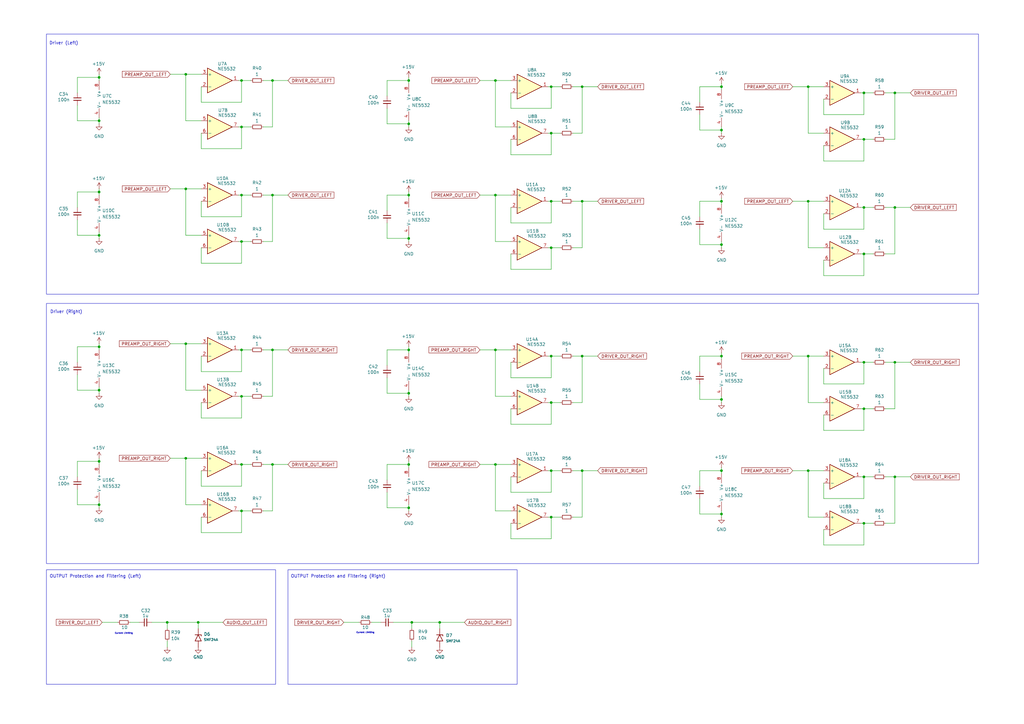
<source format=kicad_sch>
(kicad_sch (version 20231120) (generator "eeschema") (generator_version "8.0")
  (paper "A3")
  (title_block (title "Output Driver Stage") (company "Giug SRL"))
  (lib_symbols
    (symbol "Amplifier_Operational:NE5532" (pin_names (offset 0.127))
      (property "Reference" "U" (at 0 5.08 0))
      (property "Value" "NE5532" (at 0 -5.08 0))
      (symbol "NE5532_1_1"
        (pin output line (at 7.62 0 180) (length 2.54) (name "~") (number "1"))
        (pin input line (at -7.62 -2.54 0) (length 2.54) (name "-") (number "2"))
        (pin input line (at -7.62 2.54 0) (length 2.54) (name "+") (number "3"))
      )
      (symbol "NE5532_2_1"
        (pin input line (at -7.62 2.54 0) (length 2.54) (name "+") (number "5"))
        (pin input line (at -7.62 -2.54 0) (length 2.54) (name "-") (number "6"))
        (pin output line (at 7.62 0 180) (length 2.54) (name "~") (number "7"))
      )
      (symbol "NE5532_3_1"
        (pin power_in line (at -2.54 -7.62 90) (length 3.81) (name "V-") (number "4"))
        (pin power_in line (at -2.54 7.62 270) (length 3.81) (name "V+") (number "8"))
      )
    )
    (symbol "Device:C_Small" (pin_numbers hide) (pin_names (offset 0.254) hide)
      (property "Reference" "C" (at 0.254 1.778 0))
      (property "Value" "C_Small" (at 0.254 -2.032 0))
      (symbol "C_Small_1_1"
        (pin passive line (at 0 2.54 270) (length 2.032) (name "~") (number "1"))
        (pin passive line (at 0 -2.54 90) (length 2.032) (name "~") (number "2"))
      )
    )
    (symbol "Device:R_Small" (pin_numbers hide) (pin_names (offset 0.254) hide)
      (property "Reference" "R" (at 0.762 0.508 0))
      (property "Value" "R_Small" (at 0.762 -1.016 0))
      (symbol "R_Small_1_1"
        (pin passive line (at 0 2.54 270) (length 0.762) (name "~") (number "1"))
        (pin passive line (at 0 -2.54 90) (length 0.762) (name "~") (number "2"))
      )
    )
    (symbol "Diode:SMF24A" (pin_numbers hide) (pin_names (offset 1.016) hide)
      (property "Reference" "D" (at 0 2.54 0))
      (property "Value" "SMF24A" (at 0 -2.54 0))
      (symbol "SMF24A_1_1"
        (pin passive line (at -3.81 0 0) (length 2.54) (name "A1") (number "1"))
        (pin passive line (at 3.81 0 180) (length 2.54) (name "A2") (number "2"))
      )
    )
    (symbol "power:+15V" (power) (pin_numbers hide) (pin_names (offset 0) hide)
      (property "Value" "+15V" (at 0 3.556 0))
      (symbol "+15V_1_1"
        (pin power_in line (at 0 0 90) (length 0) (name "~") (number "1"))
      )
    )
    (symbol "power:GND" (power) (pin_numbers hide) (pin_names (offset 0) hide)
      (property "Value" "GND" (at 0 -3.81 0))
      (symbol "GND_1_1"
        (pin power_in line (at 0 0 270) (length 0) (name "~") (number "1"))
      )
    )
  )
  (junction (at 295.91 100.33))
  (junction (at 111.76 33.02))
  (junction (at 354.33 167.64))
  (junction (at 99.06 99.06))
  (junction (at 167.64 143.51))
  (junction (at 354.33 85.09))
  (junction (at 226.06 193.04))
  (junction (at 203.2 33.02))
  (junction (at 111.76 190.5))
  (junction (at 295.91 193.04))
  (junction (at 99.06 209.55))
  (junction (at 367.03 148.59))
  (junction (at 40.64 49.53))
  (junction (at 226.06 165.1))
  (junction (at 331.47 146.05))
  (junction (at 99.06 33.02))
  (junction (at 76.2 140.97))
  (junction (at 203.2 190.5))
  (junction (at 40.64 78.74))
  (junction (at 99.06 80.01))
  (junction (at 238.76 146.05))
  (junction (at 167.64 80.01))
  (junction (at 331.47 193.04))
  (junction (at 40.64 189.23))
  (junction (at 238.76 35.56))
  (junction (at 238.76 193.04))
  (junction (at 226.06 35.56))
  (junction (at 238.76 82.55))
  (junction (at 76.2 77.47))
  (junction (at 111.76 143.51))
  (junction (at 354.33 57.15))
  (junction (at 68.58 255.27))
  (junction (at 295.91 53.34))
  (junction (at 99.06 52.07))
  (junction (at 295.91 35.56))
  (junction (at 226.06 82.55))
  (junction (at 167.64 190.5))
  (junction (at 367.03 85.09))
  (junction (at 167.64 50.8))
  (junction (at 367.03 195.58))
  (junction (at 167.64 161.29))
  (junction (at 76.2 30.48))
  (junction (at 99.06 190.5))
  (junction (at 99.06 162.56))
  (junction (at 331.47 35.56))
  (junction (at 167.64 97.79))
  (junction (at 295.91 210.82))
  (junction (at 295.91 163.83))
  (junction (at 354.33 104.14))
  (junction (at 295.91 82.55))
  (junction (at 40.64 96.52))
  (junction (at 354.33 38.1))
  (junction (at 40.64 142.24))
  (junction (at 40.64 207.01))
  (junction (at 81.28 255.27))
  (junction (at 203.2 143.51))
  (junction (at 226.06 212.09))
  (junction (at 203.2 80.01))
  (junction (at 354.33 214.63))
  (junction (at 331.47 82.55))
  (junction (at 367.03 38.1))
  (junction (at 99.06 143.51))
  (junction (at 295.91 146.05))
  (junction (at 40.64 160.02))
  (junction (at 226.06 146.05))
  (junction (at 226.06 54.61))
  (junction (at 226.06 101.6))
  (junction (at 180.34 255.27))
  (junction (at 354.33 148.59))
  (junction (at 354.33 195.58))
  (junction (at 40.64 31.75))
  (junction (at 111.76 80.01))
  (junction (at 168.91 255.27))
  (junction (at 167.64 33.02))
  (junction (at 76.2 187.96))
  (junction (at 167.64 208.28))
  (wire (pts (xy 238.76 82.55) (xy 245.11 82.55)))
  (wire (pts (xy 99.06 190.5) (xy 102.87 190.5)))
  (wire (pts (xy 167.64 33.02) (xy 167.64 34.29)))
  (wire (pts (xy 203.2 162.56) (xy 203.2 143.51)))
  (wire (pts (xy 354.33 195.58) (xy 358.14 195.58)))
  (wire (pts (xy 295.91 193.04) (xy 287.02 193.04)))
  (wire (pts (xy 82.55 218.44) (xy 99.06 218.44)))
  (wire (pts (xy 295.91 146.05) (xy 287.02 146.05)))
  (wire (pts (xy 111.76 209.55) (xy 111.76 190.5)))
  (wire (pts (xy 31.75 160.02) (xy 40.64 160.02)))
  (wire (pts (xy 331.47 193.04) (xy 337.82 193.04)))
  (wire (pts (xy 337.82 165.1) (xy 331.47 165.1)))
  (wire (pts (xy 226.06 201.93) (xy 226.06 193.04)))
  (wire (pts (xy 76.2 96.52) (xy 76.2 77.47)))
  (wire (pts (xy 111.76 190.5) (xy 118.11 190.5)))
  (wire (pts (xy 238.76 146.05) (xy 234.95 146.05)))
  (wire (pts (xy 31.75 142.24) (xy 31.75 148.59)))
  (wire (pts (xy 99.06 171.45) (xy 99.06 162.56)))
  (wire (pts (xy 158.75 161.29) (xy 167.64 161.29)))
  (wire (pts (xy 180.34 255.27) (xy 190.5 255.27)))
  (wire (pts (xy 363.22 104.14) (xy 367.03 104.14)))
  (wire (pts (xy 226.06 82.55) (xy 224.79 82.55)))
  (wire (pts (xy 331.47 54.61) (xy 331.47 35.56)))
  (wire (pts (xy 40.64 189.23) (xy 31.75 189.23)))
  (wire (pts (xy 167.64 189.23) (xy 167.64 190.5)))
  (wire (pts (xy 31.75 200.66) (xy 31.75 207.01)))
  (wire (pts (xy 99.06 52.07) (xy 97.79 52.07)))
  (wire (pts (xy 111.76 99.06) (xy 111.76 80.01)))
  (wire (pts (xy 209.55 148.59) (xy 209.55 154.94)))
  (wire (pts (xy 367.03 38.1) (xy 363.22 38.1)))
  (wire (pts (xy 363.22 57.15) (xy 367.03 57.15)))
  (wire (pts (xy 209.55 214.63) (xy 209.55 220.98)))
  (wire (pts (xy 82.55 54.61) (xy 82.55 60.96)))
  (wire (pts (xy 82.55 171.45) (xy 99.06 171.45)))
  (wire (pts (xy 238.76 193.04) (xy 245.11 193.04)))
  (wire (pts (xy 209.55 209.55) (xy 203.2 209.55)))
  (wire (pts (xy 167.64 142.24) (xy 167.64 143.51)))
  (wire (pts (xy 40.64 142.24) (xy 40.64 143.51)))
  (wire (pts (xy 99.06 199.39) (xy 99.06 190.5)))
  (wire (pts (xy 354.33 214.63) (xy 358.14 214.63)))
  (wire (pts (xy 62.23 255.27) (xy 68.58 255.27)))
  (wire (pts (xy 287.02 100.33) (xy 295.91 100.33)))
  (wire (pts (xy 354.33 38.1) (xy 358.14 38.1)))
  (wire (pts (xy 167.64 143.51) (xy 158.75 143.51)))
  (wire (pts (xy 99.06 80.01) (xy 102.87 80.01)))
  (wire (pts (xy 226.06 54.61) (xy 229.87 54.61)))
  (wire (pts (xy 234.95 54.61) (xy 238.76 54.61)))
  (wire (pts (xy 287.02 53.34) (xy 295.91 53.34)))
  (wire (pts (xy 226.06 212.09) (xy 224.79 212.09)))
  (wire (pts (xy 69.85 30.48) (xy 76.2 30.48)))
  (wire (pts (xy 226.06 101.6) (xy 229.87 101.6)))
  (wire (pts (xy 354.33 93.98) (xy 354.33 85.09)))
  (wire (pts (xy 354.33 85.09) (xy 358.14 85.09)))
  (wire (pts (xy 99.06 41.91) (xy 99.06 33.02)))
  (wire (pts (xy 325.12 146.05) (xy 331.47 146.05)))
  (wire (pts (xy 226.06 101.6) (xy 224.79 101.6)))
  (wire (pts (xy 81.28 255.27) (xy 81.28 257.81)))
  (wire (pts (xy 82.55 41.91) (xy 99.06 41.91)))
  (wire (pts (xy 76.2 49.53) (xy 76.2 30.48)))
  (wire (pts (xy 337.82 59.69) (xy 337.82 66.04)))
  (wire (pts (xy 337.82 151.13) (xy 337.82 157.48)))
  (wire (pts (xy 82.55 152.4) (xy 99.06 152.4)))
  (wire (pts (xy 158.75 80.01) (xy 158.75 86.36)))
  (wire (pts (xy 196.85 143.51) (xy 203.2 143.51)))
  (wire (pts (xy 40.64 160.02) (xy 40.64 161.29)))
  (wire (pts (xy 82.55 88.9) (xy 99.06 88.9)))
  (wire (pts (xy 226.06 146.05) (xy 224.79 146.05)))
  (wire (pts (xy 40.64 189.23) (xy 40.64 190.5)))
  (wire (pts (xy 367.03 85.09) (xy 363.22 85.09)))
  (wire (pts (xy 354.33 104.14) (xy 358.14 104.14)))
  (wire (pts (xy 331.47 212.09) (xy 331.47 193.04)))
  (wire (pts (xy 226.06 54.61) (xy 224.79 54.61)))
  (wire (pts (xy 111.76 80.01) (xy 118.11 80.01)))
  (wire (pts (xy 167.64 97.79) (xy 167.64 99.06)))
  (wire (pts (xy 226.06 110.49) (xy 226.06 101.6)))
  (wire (pts (xy 325.12 35.56) (xy 331.47 35.56)))
  (wire (pts (xy 167.64 161.29) (xy 167.64 162.56)))
  (wire (pts (xy 82.55 96.52) (xy 76.2 96.52)))
  (wire (pts (xy 82.55 35.56) (xy 82.55 41.91)))
  (wire (pts (xy 69.85 140.97) (xy 76.2 140.97)))
  (wire (pts (xy 158.75 190.5) (xy 158.75 196.85)))
  (wire (pts (xy 158.75 143.51) (xy 158.75 149.86)))
  (wire (pts (xy 40.64 78.74) (xy 40.64 80.01)))
  (wire (pts (xy 337.82 101.6) (xy 331.47 101.6)))
  (wire (pts (xy 76.2 187.96) (xy 82.55 187.96)))
  (wire (pts (xy 158.75 208.28) (xy 167.64 208.28)))
  (wire (pts (xy 367.03 167.64) (xy 367.03 148.59)))
  (wire (pts (xy 209.55 173.99) (xy 226.06 173.99)))
  (wire (pts (xy 295.91 35.56) (xy 295.91 36.83)))
  (wire (pts (xy 295.91 144.78) (xy 295.91 146.05)))
  (wire (pts (xy 209.55 220.98) (xy 226.06 220.98)))
  (wire (pts (xy 158.75 91.44) (xy 158.75 97.79)))
  (wire (pts (xy 76.2 77.47) (xy 82.55 77.47)))
  (wire (pts (xy 99.06 60.96) (xy 99.06 52.07)))
  (wire (pts (xy 99.06 33.02) (xy 102.87 33.02)))
  (wire (pts (xy 287.02 163.83) (xy 295.91 163.83)))
  (wire (pts (xy 31.75 43.18) (xy 31.75 49.53)))
  (wire (pts (xy 158.75 97.79) (xy 167.64 97.79)))
  (wire (pts (xy 31.75 96.52) (xy 40.64 96.52)))
  (wire (pts (xy 295.91 35.56) (xy 287.02 35.56)))
  (wire (pts (xy 82.55 101.6) (xy 82.55 107.95)))
  (wire (pts (xy 68.58 255.27) (xy 68.58 257.81)))
  (wire (pts (xy 31.75 207.01) (xy 40.64 207.01)))
  (wire (pts (xy 168.91 255.27) (xy 168.91 257.81)))
  (wire (pts (xy 99.06 99.06) (xy 97.79 99.06)))
  (wire (pts (xy 209.55 63.5) (xy 226.06 63.5)))
  (wire (pts (xy 209.55 38.1) (xy 209.55 44.45)))
  (wire (pts (xy 354.33 167.64) (xy 358.14 167.64)))
  (wire (pts (xy 295.91 209.55) (xy 295.91 210.82)))
  (wire (pts (xy 203.2 33.02) (xy 209.55 33.02)))
  (wire (pts (xy 99.06 152.4) (xy 99.06 143.51)))
  (wire (pts (xy 337.82 223.52) (xy 354.33 223.52)))
  (wire (pts (xy 196.85 190.5) (xy 203.2 190.5)))
  (wire (pts (xy 31.75 153.67) (xy 31.75 160.02)))
  (wire (pts (xy 99.06 209.55) (xy 102.87 209.55)))
  (wire (pts (xy 76.2 160.02) (xy 76.2 140.97)))
  (wire (pts (xy 107.95 99.06) (xy 111.76 99.06)))
  (wire (pts (xy 234.95 212.09) (xy 238.76 212.09)))
  (wire (pts (xy 99.06 162.56) (xy 102.87 162.56)))
  (wire (pts (xy 295.91 52.07) (xy 295.91 53.34)))
  (wire (pts (xy 295.91 34.29) (xy 295.91 35.56)))
  (wire (pts (xy 337.82 93.98) (xy 354.33 93.98)))
  (wire (pts (xy 209.55 167.64) (xy 209.55 173.99)))
  (wire (pts (xy 99.06 162.56) (xy 97.79 162.56)))
  (wire (pts (xy 354.33 214.63) (xy 353.06 214.63)))
  (wire (pts (xy 354.33 38.1) (xy 353.06 38.1)))
  (wire (pts (xy 337.82 54.61) (xy 331.47 54.61)))
  (wire (pts (xy 226.06 35.56) (xy 229.87 35.56)))
  (wire (pts (xy 82.55 107.95) (xy 99.06 107.95)))
  (wire (pts (xy 287.02 157.48) (xy 287.02 163.83)))
  (wire (pts (xy 40.64 95.25) (xy 40.64 96.52)))
  (wire (pts (xy 82.55 207.01) (xy 76.2 207.01)))
  (wire (pts (xy 167.64 50.8) (xy 167.64 52.07)))
  (wire (pts (xy 337.82 157.48) (xy 354.33 157.48)))
  (wire (pts (xy 99.06 107.95) (xy 99.06 99.06)))
  (wire (pts (xy 367.03 57.15) (xy 367.03 38.1)))
  (wire (pts (xy 111.76 143.51) (xy 107.95 143.51)))
  (wire (pts (xy 287.02 93.98) (xy 287.02 100.33)))
  (wire (pts (xy 196.85 33.02) (xy 203.2 33.02)))
  (wire (pts (xy 111.76 52.07) (xy 111.76 33.02)))
  (wire (pts (xy 209.55 52.07) (xy 203.2 52.07)))
  (wire (pts (xy 367.03 148.59) (xy 363.22 148.59)))
  (wire (pts (xy 40.64 31.75) (xy 31.75 31.75)))
  (wire (pts (xy 287.02 35.56) (xy 287.02 41.91)))
  (wire (pts (xy 40.64 30.48) (xy 40.64 31.75)))
  (wire (pts (xy 363.22 214.63) (xy 367.03 214.63)))
  (wire (pts (xy 209.55 57.15) (xy 209.55 63.5)))
  (wire (pts (xy 167.64 190.5) (xy 158.75 190.5)))
  (wire (pts (xy 337.82 204.47) (xy 354.33 204.47)))
  (wire (pts (xy 111.76 190.5) (xy 107.95 190.5)))
  (wire (pts (xy 107.95 162.56) (xy 111.76 162.56)))
  (wire (pts (xy 152.4 255.27) (xy 156.21 255.27)))
  (wire (pts (xy 226.06 193.04) (xy 229.87 193.04)))
  (wire (pts (xy 167.64 31.75) (xy 167.64 33.02)))
  (wire (pts (xy 167.64 33.02) (xy 158.75 33.02)))
  (wire (pts (xy 40.64 158.75) (xy 40.64 160.02)))
  (wire (pts (xy 238.76 82.55) (xy 234.95 82.55)))
  (wire (pts (xy 167.64 143.51) (xy 167.64 144.78)))
  (wire (pts (xy 40.64 207.01) (xy 40.64 208.28)))
  (wire (pts (xy 82.55 82.55) (xy 82.55 88.9)))
  (wire (pts (xy 331.47 82.55) (xy 337.82 82.55)))
  (wire (pts (xy 337.82 46.99) (xy 354.33 46.99)))
  (wire (pts (xy 167.64 96.52) (xy 167.64 97.79)))
  (wire (pts (xy 203.2 80.01) (xy 209.55 80.01)))
  (wire (pts (xy 226.06 154.94) (xy 226.06 146.05)))
  (wire (pts (xy 111.76 162.56) (xy 111.76 143.51)))
  (wire (pts (xy 111.76 143.51) (xy 118.11 143.51)))
  (wire (pts (xy 209.55 104.14) (xy 209.55 110.49)))
  (wire (pts (xy 354.33 223.52) (xy 354.33 214.63)))
  (wire (pts (xy 167.64 208.28) (xy 167.64 209.55)))
  (wire (pts (xy 111.76 80.01) (xy 107.95 80.01)))
  (wire (pts (xy 82.55 193.04) (xy 82.55 199.39)))
  (wire (pts (xy 354.33 113.03) (xy 354.33 104.14)))
  (wire (pts (xy 40.64 140.97) (xy 40.64 142.24)))
  (wire (pts (xy 31.75 49.53) (xy 40.64 49.53)))
  (wire (pts (xy 40.64 205.74) (xy 40.64 207.01)))
  (wire (pts (xy 325.12 82.55) (xy 331.47 82.55)))
  (wire (pts (xy 287.02 204.47) (xy 287.02 210.82)))
  (wire (pts (xy 167.64 78.74) (xy 167.64 80.01)))
  (wire (pts (xy 99.06 143.51) (xy 102.87 143.51)))
  (wire (pts (xy 167.64 80.01) (xy 158.75 80.01)))
  (wire (pts (xy 107.95 52.07) (xy 111.76 52.07)))
  (wire (pts (xy 354.33 46.99) (xy 354.33 38.1)))
  (wire (pts (xy 167.64 80.01) (xy 167.64 81.28)))
  (wire (pts (xy 76.2 30.48) (xy 82.55 30.48)))
  (wire (pts (xy 209.55 99.06) (xy 203.2 99.06)))
  (wire (pts (xy 354.33 176.53) (xy 354.33 167.64)))
  (wire (pts (xy 40.64 77.47) (xy 40.64 78.74)))
  (wire (pts (xy 226.06 193.04) (xy 224.79 193.04)))
  (wire (pts (xy 295.91 53.34) (xy 295.91 54.61)))
  (wire (pts (xy 226.06 82.55) (xy 229.87 82.55)))
  (wire (pts (xy 367.03 38.1) (xy 373.38 38.1)))
  (wire (pts (xy 203.2 52.07) (xy 203.2 33.02)))
  (wire (pts (xy 287.02 146.05) (xy 287.02 152.4)))
  (wire (pts (xy 367.03 85.09) (xy 373.38 85.09)))
  (wire (pts (xy 331.47 146.05) (xy 337.82 146.05)))
  (wire (pts (xy 161.29 255.27) (xy 168.91 255.27)))
  (wire (pts (xy 226.06 35.56) (xy 224.79 35.56)))
  (wire (pts (xy 203.2 190.5) (xy 209.55 190.5)))
  (wire (pts (xy 40.64 31.75) (xy 40.64 33.02)))
  (wire (pts (xy 82.55 199.39) (xy 99.06 199.39)))
  (wire (pts (xy 203.2 99.06) (xy 203.2 80.01)))
  (wire (pts (xy 40.64 187.96) (xy 40.64 189.23)))
  (wire (pts (xy 158.75 33.02) (xy 158.75 39.37)))
  (wire (pts (xy 31.75 78.74) (xy 31.75 85.09)))
  (wire (pts (xy 209.55 91.44) (xy 226.06 91.44)))
  (wire (pts (xy 337.82 40.64) (xy 337.82 46.99)))
  (wire (pts (xy 31.75 189.23) (xy 31.75 195.58)))
  (wire (pts (xy 238.76 35.56) (xy 245.11 35.56)))
  (wire (pts (xy 40.64 78.74) (xy 31.75 78.74)))
  (wire (pts (xy 40.64 49.53) (xy 40.64 50.8)))
  (wire (pts (xy 295.91 162.56) (xy 295.91 163.83)))
  (wire (pts (xy 367.03 148.59) (xy 373.38 148.59)))
  (wire (pts (xy 167.64 190.5) (xy 167.64 191.77)))
  (wire (pts (xy 76.2 140.97) (xy 82.55 140.97)))
  (wire (pts (xy 354.33 157.48) (xy 354.33 148.59)))
  (wire (pts (xy 68.58 262.89) (xy 68.58 265.43)))
  (wire (pts (xy 295.91 210.82) (xy 295.91 212.09)))
  (wire (pts (xy 180.34 257.81) (xy 180.34 255.27)))
  (wire (pts (xy 367.03 195.58) (xy 373.38 195.58)))
  (wire (pts (xy 82.55 212.09) (xy 82.55 218.44)))
  (wire (pts (xy 107.95 209.55) (xy 111.76 209.55)))
  (wire (pts (xy 295.91 191.77) (xy 295.91 193.04)))
  (wire (pts (xy 354.33 167.64) (xy 353.06 167.64)))
  (wire (pts (xy 99.06 218.44) (xy 99.06 209.55)))
  (wire (pts (xy 209.55 162.56) (xy 203.2 162.56)))
  (wire (pts (xy 69.85 77.47) (xy 76.2 77.47)))
  (wire (pts (xy 209.55 195.58) (xy 209.55 201.93)))
  (wire (pts (xy 238.76 146.05) (xy 245.11 146.05)))
  (wire (pts (xy 337.82 87.63) (xy 337.82 93.98)))
  (wire (pts (xy 287.02 193.04) (xy 287.02 199.39)))
  (wire (pts (xy 331.47 35.56) (xy 337.82 35.56)))
  (wire (pts (xy 168.91 255.27) (xy 180.34 255.27)))
  (wire (pts (xy 226.06 146.05) (xy 229.87 146.05)))
  (wire (pts (xy 82.55 49.53) (xy 76.2 49.53)))
  (wire (pts (xy 354.33 204.47) (xy 354.33 195.58)))
  (wire (pts (xy 337.82 66.04) (xy 354.33 66.04)))
  (wire (pts (xy 76.2 207.01) (xy 76.2 187.96)))
  (wire (pts (xy 111.76 33.02) (xy 118.11 33.02)))
  (wire (pts (xy 337.82 106.68) (xy 337.82 113.03)))
  (wire (pts (xy 226.06 220.98) (xy 226.06 212.09)))
  (wire (pts (xy 203.2 209.55) (xy 203.2 190.5)))
  (wire (pts (xy 99.06 52.07) (xy 102.87 52.07)))
  (wire (pts (xy 226.06 63.5) (xy 226.06 54.61)))
  (wire (pts (xy 295.91 81.28) (xy 295.91 82.55)))
  (wire (pts (xy 337.82 170.18) (xy 337.82 176.53)))
  (wire (pts (xy 295.91 82.55) (xy 287.02 82.55)))
  (wire (pts (xy 99.06 33.02) (xy 97.79 33.02)))
  (wire (pts (xy 168.91 262.89) (xy 168.91 265.43)))
  (wire (pts (xy 287.02 210.82) (xy 295.91 210.82)))
  (wire (pts (xy 354.33 57.15) (xy 353.06 57.15)))
  (wire (pts (xy 363.22 167.64) (xy 367.03 167.64)))
  (wire (pts (xy 238.76 35.56) (xy 234.95 35.56)))
  (wire (pts (xy 226.06 165.1) (xy 224.79 165.1)))
  (wire (pts (xy 238.76 165.1) (xy 238.76 146.05)))
  (wire (pts (xy 41.91 255.27) (xy 48.26 255.27)))
  (wire (pts (xy 287.02 82.55) (xy 287.02 88.9)))
  (wire (pts (xy 82.55 165.1) (xy 82.55 171.45)))
  (wire (pts (xy 203.2 143.51) (xy 209.55 143.51)))
  (wire (pts (xy 167.64 49.53) (xy 167.64 50.8)))
  (wire (pts (xy 337.82 198.12) (xy 337.82 204.47)))
  (wire (pts (xy 325.12 193.04) (xy 331.47 193.04)))
  (wire (pts (xy 226.06 44.45) (xy 226.06 35.56)))
  (wire (pts (xy 354.33 57.15) (xy 358.14 57.15)))
  (wire (pts (xy 40.64 142.24) (xy 31.75 142.24)))
  (wire (pts (xy 99.06 209.55) (xy 97.79 209.55)))
  (wire (pts (xy 354.33 85.09) (xy 353.06 85.09)))
  (wire (pts (xy 99.06 190.5) (xy 97.79 190.5)))
  (wire (pts (xy 238.76 54.61) (xy 238.76 35.56)))
  (wire (pts (xy 238.76 101.6) (xy 238.76 82.55)))
  (wire (pts (xy 367.03 195.58) (xy 363.22 195.58)))
  (wire (pts (xy 40.64 96.52) (xy 40.64 97.79)))
  (wire (pts (xy 158.75 44.45) (xy 158.75 50.8)))
  (wire (pts (xy 99.06 143.51) (xy 97.79 143.51)))
  (wire (pts (xy 337.82 212.09) (xy 331.47 212.09)))
  (wire (pts (xy 99.06 80.01) (xy 97.79 80.01)))
  (wire (pts (xy 99.06 88.9) (xy 99.06 80.01)))
  (wire (pts (xy 295.91 193.04) (xy 295.91 194.31)))
  (wire (pts (xy 209.55 44.45) (xy 226.06 44.45)))
  (wire (pts (xy 209.55 110.49) (xy 226.06 110.49)))
  (wire (pts (xy 337.82 113.03) (xy 354.33 113.03)))
  (wire (pts (xy 238.76 212.09) (xy 238.76 193.04)))
  (wire (pts (xy 209.55 85.09) (xy 209.55 91.44)))
  (wire (pts (xy 31.75 90.17) (xy 31.75 96.52)))
  (wire (pts (xy 69.85 187.96) (xy 76.2 187.96)))
  (wire (pts (xy 167.64 207.01) (xy 167.64 208.28)))
  (wire (pts (xy 196.85 80.01) (xy 203.2 80.01)))
  (wire (pts (xy 337.82 176.53) (xy 354.33 176.53)))
  (wire (pts (xy 226.06 173.99) (xy 226.06 165.1)))
  (wire (pts (xy 226.06 212.09) (xy 229.87 212.09)))
  (wire (pts (xy 31.75 31.75) (xy 31.75 38.1)))
  (wire (pts (xy 158.75 50.8) (xy 167.64 50.8)))
  (wire (pts (xy 234.95 101.6) (xy 238.76 101.6)))
  (wire (pts (xy 167.64 160.02) (xy 167.64 161.29)))
  (wire (pts (xy 111.76 33.02) (xy 107.95 33.02)))
  (wire (pts (xy 68.58 255.27) (xy 81.28 255.27)))
  (wire (pts (xy 295.91 99.06) (xy 295.91 100.33)))
  (wire (pts (xy 331.47 165.1) (xy 331.47 146.05)))
  (wire (pts (xy 209.55 201.93) (xy 226.06 201.93)))
  (wire (pts (xy 354.33 66.04) (xy 354.33 57.15)))
  (wire (pts (xy 287.02 46.99) (xy 287.02 53.34)))
  (wire (pts (xy 367.03 104.14) (xy 367.03 85.09)))
  (wire (pts (xy 295.91 100.33) (xy 295.91 101.6)))
  (wire (pts (xy 238.76 193.04) (xy 234.95 193.04)))
  (wire (pts (xy 354.33 195.58) (xy 353.06 195.58)))
  (wire (pts (xy 354.33 148.59) (xy 358.14 148.59)))
  (wire (pts (xy 158.75 154.94) (xy 158.75 161.29)))
  (wire (pts (xy 81.28 255.27) (xy 91.44 255.27)))
  (wire (pts (xy 140.97 255.27) (xy 147.32 255.27)))
  (wire (pts (xy 354.33 104.14) (xy 353.06 104.14)))
  (wire (pts (xy 226.06 91.44) (xy 226.06 82.55)))
  (wire (pts (xy 226.06 165.1) (xy 229.87 165.1)))
  (wire (pts (xy 295.91 163.83) (xy 295.91 165.1)))
  (wire (pts (xy 331.47 101.6) (xy 331.47 82.55)))
  (wire (pts (xy 367.03 214.63) (xy 367.03 195.58)))
  (wire (pts (xy 337.82 217.17) (xy 337.82 223.52)))
  (wire (pts (xy 82.55 146.05) (xy 82.55 152.4)))
  (wire (pts (xy 354.33 148.59) (xy 353.06 148.59)))
  (wire (pts (xy 82.55 160.02) (xy 76.2 160.02)))
  (wire (pts (xy 234.95 165.1) (xy 238.76 165.1)))
  (wire (pts (xy 295.91 82.55) (xy 295.91 83.82)))
  (wire (pts (xy 158.75 201.93) (xy 158.75 208.28)))
  (wire (pts (xy 295.91 146.05) (xy 295.91 147.32)))
  (wire (pts (xy 99.06 99.06) (xy 102.87 99.06)))
  (wire (pts (xy 53.34 255.27) (xy 57.15 255.27)))
  (wire (pts (xy 209.55 154.94) (xy 226.06 154.94)))
  (wire (pts (xy 40.64 48.26) (xy 40.64 49.53)))
  (wire (pts (xy 82.55 60.96) (xy 99.06 60.96)))
  (rectangle (start 19.05 124.46) (end 401.32 231.14))
  (rectangle (start 19.05 233.68) (end 113.03 280.67))
  (rectangle (start 118.11 233.68) (end 212.09 280.67))
  (rectangle (start 19.05 13.97) (end 401.32 120.65))
  (text "Driver (Left)" (at 26.162 17.78 0) (effects (font (size 1.27 1.27))))
  (text "Current Limiting" (at 149.86 259.588 0) (effects (font (size 0.6 0.6))))
  (text "Current Limiting" (at 50.8 259.842 0) (effects (font (size 0.6 0.6))))
  (text "Driver (Right)" (at 27.178 128.016 0) (effects (font (size 1.27 1.27))))
  (text "OUTPUT Protection and Filtering (Right)" (at 138.684 236.474 0) (effects (font (size 1.27 1.27))))
  (text "OUTPUT Protection and Filtering (Left)" (at 39.116 236.474 0) (effects (font (size 1.27 1.27))))
  (global_label "PREAMP_OUT_LEFT" (shape input) (at 196.85 80.01 180) (property "Intersheetrefs" "${INTERSHEET_REFS}" (effects (hide yes))))
  (global_label "AUDIO_OUT_LEFT" (shape input) (at 91.44 255.27 0) (property "Intersheetrefs" "${INTERSHEET_REFS}" (effects (hide yes))))
  (global_label "DRIVER_OUT_RIGHT" (shape input) (at 245.11 146.05 0) (property "Intersheetrefs" "${INTERSHEET_REFS}" (effects (hide yes))))
  (global_label "PREAMP_OUT_RIGHT" (shape input) (at 196.85 190.5 180) (property "Intersheetrefs" "${INTERSHEET_REFS}" (effects (hide yes))))
  (global_label "DRIVER_OUT_LEFT" (shape input) (at 41.91 255.27 180) (property "Intersheetrefs" "${INTERSHEET_REFS}" (effects (hide yes))))
  (global_label "PREAMP_OUT_RIGHT" (shape input) (at 69.85 187.96 180) (property "Intersheetrefs" "${INTERSHEET_REFS}" (effects (hide yes))))
  (global_label "PREAMP_OUT_LEFT" (shape input) (at 69.85 30.48 180) (property "Intersheetrefs" "${INTERSHEET_REFS}" (effects (hide yes))))
  (global_label "DRIVER_OUT_LEFT" (shape input) (at 373.38 85.09 0) (property "Intersheetrefs" "${INTERSHEET_REFS}" (effects (hide yes))))
  (global_label "DRIVER_OUT_LEFT" (shape input) (at 245.11 82.55 0) (property "Intersheetrefs" "${INTERSHEET_REFS}" (effects (hide yes))))
  (global_label "DRIVER_OUT_RIGHT" (shape input) (at 118.11 190.5 0) (property "Intersheetrefs" "${INTERSHEET_REFS}" (effects (hide yes))))
  (global_label "PREAMP_OUT_RIGHT" (shape input) (at 196.85 143.51 180) (property "Intersheetrefs" "${INTERSHEET_REFS}" (effects (hide yes))))
  (global_label "DRIVER_OUT_LEFT" (shape input) (at 118.11 80.01 0) (property "Intersheetrefs" "${INTERSHEET_REFS}" (effects (hide yes))))
  (global_label "DRIVER_OUT_RIGHT" (shape input) (at 373.38 195.58 0) (property "Intersheetrefs" "${INTERSHEET_REFS}" (effects (hide yes))))
  (global_label "PREAMP_OUT_LEFT" (shape input) (at 196.85 33.02 180) (property "Intersheetrefs" "${INTERSHEET_REFS}" (effects (hide yes))))
  (global_label "DRIVER_OUT_RIGHT" (shape input) (at 140.97 255.27 180) (property "Intersheetrefs" "${INTERSHEET_REFS}" (effects (hide yes))))
  (global_label "PREAMP_OUT_RIGHT" (shape input) (at 325.12 193.04 180) (property "Intersheetrefs" "${INTERSHEET_REFS}" (effects (hide yes))))
  (global_label "PREAMP_OUT_LEFT" (shape input) (at 325.12 82.55 180) (property "Intersheetrefs" "${INTERSHEET_REFS}" (effects (hide yes))))
  (global_label "DRIVER_OUT_RIGHT" (shape input) (at 373.38 148.59 0) (property "Intersheetrefs" "${INTERSHEET_REFS}" (effects (hide yes))))
  (global_label "DRIVER_OUT_LEFT" (shape input) (at 245.11 35.56 0) (property "Intersheetrefs" "${INTERSHEET_REFS}" (effects (hide yes))))
  (global_label "DRIVER_OUT_RIGHT" (shape input) (at 118.11 143.51 0) (property "Intersheetrefs" "${INTERSHEET_REFS}" (effects (hide yes))))
  (global_label "PREAMP_OUT_LEFT" (shape input) (at 69.85 77.47 180) (property "Intersheetrefs" "${INTERSHEET_REFS}" (effects (hide yes))))
  (global_label "PREAMP_OUT_RIGHT" (shape input) (at 325.12 146.05 180) (property "Intersheetrefs" "${INTERSHEET_REFS}" (effects (hide yes))))
  (global_label "DRIVER_OUT_RIGHT" (shape input) (at 245.11 193.04 0) (property "Intersheetrefs" "${INTERSHEET_REFS}" (effects (hide yes))))
  (global_label "AUDIO_OUT_RIGHT" (shape input) (at 190.5 255.27 0) (property "Intersheetrefs" "${INTERSHEET_REFS}" (effects (hide yes))))
  (global_label "PREAMP_OUT_RIGHT" (shape input) (at 69.85 140.97 180) (property "Intersheetrefs" "${INTERSHEET_REFS}" (effects (hide yes))))
  (global_label "PREAMP_OUT_LEFT" (shape input) (at 325.12 35.56 180) (property "Intersheetrefs" "${INTERSHEET_REFS}" (effects (hide yes))))
  (global_label "DRIVER_OUT_LEFT" (shape input) (at 373.38 38.1 0) (property "Intersheetrefs" "${INTERSHEET_REFS}" (effects (hide yes))))
  (global_label "DRIVER_OUT_LEFT" (shape input) (at 118.11 33.02 0) (property "Intersheetrefs" "${INTERSHEET_REFS}" (effects (hide yes))))
  (symbol (lib_id "power:GND") (at 295.91 54.61 0) (unit 1)
    (property "Reference" "#PWR055" (effects (hide yes)))
    (property "Value" "GND" (at 295.91 59.69 0))
    (property "Description" "Power symbol creates a global label with name \"GND\" , ground" (effects (hide yes)))
  )
  (symbol (lib_id "Amplifier_Operational:NE5532") (at 90.17 162.56 0) (unit 2)
    (property "Reference" "U13" (at 91.44 155.702 0))
    (property "Value" "NE5532" (at 93.218 157.734 0))
    (property "Footprint" "Package_SO:SOIC-8_3.9x4.9mm_P1.27mm" (effects (hide yes)))
    (property "Datasheet" "http://www.ti.com/lit/ds/symlink/ne5532.pdf" (effects (hide yes)))
    (property "Description" "Dual Low-Noise Operational Amplifiers, DIP-8/SOIC-8" (effects (hide yes)))
  )
  (symbol (lib_id "Amplifier_Operational:NE5532") (at 217.17 101.6 0) (unit 2)
    (property "Reference" "U11" (at 218.44 94.742 0))
    (property "Value" "NE5532" (at 220.218 96.774 0))
    (property "Footprint" "Package_SO:SOIC-8_3.9x4.9mm_P1.27mm" (effects (hide yes)))
    (property "Datasheet" "http://www.ti.com/lit/ds/symlink/ne5532.pdf" (effects (hide yes)))
    (property "Description" "Dual Low-Noise Operational Amplifiers, DIP-8/SOIC-8" (effects (hide yes)))
  )
  (symbol (lib_id "Amplifier_Operational:NE5532") (at 217.17 165.1 0) (unit 2)
    (property "Reference" "U14" (at 218.44 158.242 0))
    (property "Value" "NE5532" (at 220.218 160.274 0))
    (property "Footprint" "Package_SO:SOIC-8_3.9x4.9mm_P1.27mm" (effects (hide yes)))
    (property "Datasheet" "http://www.ti.com/lit/ds/symlink/ne5532.pdf" (effects (hide yes)))
    (property "Description" "Dual Low-Noise Operational Amplifiers, DIP-8/SOIC-8" (effects (hide yes)))
  )
  (symbol (lib_id "power:GND") (at 68.58 265.43 0) (unit 1)
    (property "Reference" "#PWR044" (effects (hide yes)))
    (property "Value" "GND" (at 68.58 270.51 0))
    (property "Description" "Power symbol creates a global label with name \"GND\" , ground" (effects (hide yes)))
  )
  (symbol (lib_id "Device:R_Small") (at 232.41 212.09 90) (unit 1)
    (property "Reference" "R57" (at 232.41 207.01 90))
    (property "Value" "1" (at 232.41 209.55 90))
    (property "Footprint" "Resistor_SMD:R_0805_2012Metric_Pad1.20x1.40mm_HandSolder" (effects (hide yes)))
    (property "Description" "Resistor, small symbol" (effects (hide yes)))
  )
  (symbol (lib_id "Device:R_Small") (at 105.41 190.5 90) (unit 1)
    (property "Reference" "R46" (at 105.41 185.42 90))
    (property "Value" "1" (at 105.41 187.96 90))
    (property "Footprint" "Resistor_SMD:R_0805_2012Metric_Pad1.20x1.40mm_HandSolder" (effects (hide yes)))
    (property "Description" "Resistor, small symbol" (effects (hide yes)))
  )
  (symbol (lib_id "Device:R_Small") (at 360.68 148.59 90) (unit 1)
    (property "Reference" "R62" (at 360.68 143.51 90))
    (property "Value" "1" (at 360.68 146.05 90))
    (property "Footprint" "Resistor_SMD:R_0805_2012Metric_Pad1.20x1.40mm_HandSolder" (effects (hide yes)))
    (property "Description" "Resistor, small symbol" (effects (hide yes)))
  )
  (symbol (lib_id "power:GND") (at 167.64 52.07 0) (unit 1)
    (property "Reference" "#PWR047" (effects (hide yes)))
    (property "Value" "GND" (at 167.64 57.15 0))
    (property "Description" "Power symbol creates a global label with name \"GND\" , ground" (effects (hide yes)))
  )
  (symbol (lib_id "power:GND") (at 180.34 265.43 0) (unit 1)
    (property "Reference" "#PWR065" (effects (hide yes)))
    (property "Value" "GND" (at 180.34 269.494 0))
    (property "Description" "Power symbol creates a global label with name \"GND\" , ground" (effects (hide yes)))
  )
  (symbol (lib_id "Amplifier_Operational:NE5532") (at 90.17 52.07 0) (unit 2)
    (property "Reference" "U7" (at 91.44 45.212 0))
    (property "Value" "NE5532" (at 93.218 47.244 0))
    (property "Footprint" "Package_SO:SOIC-8_3.9x4.9mm_P1.27mm" (effects (hide yes)))
    (property "Datasheet" "http://www.ti.com/lit/ds/symlink/ne5532.pdf" (effects (hide yes)))
    (property "Description" "Dual Low-Noise Operational Amplifiers, DIP-8/SOIC-8" (effects (hide yes)))
  )
  (symbol (lib_id "Device:R_Small") (at 360.68 38.1 90) (unit 1)
    (property "Reference" "R58" (at 360.68 33.02 90))
    (property "Value" "1" (at 360.68 35.56 90))
    (property "Footprint" "Resistor_SMD:R_0805_2012Metric_Pad1.20x1.40mm_HandSolder" (effects (hide yes)))
    (property "Description" "Resistor, small symbol" (effects (hide yes)))
  )
  (symbol (lib_id "Amplifier_Operational:NE5532") (at 217.17 212.09 0) (unit 2)
    (property "Reference" "U17" (at 218.44 205.232 0))
    (property "Value" "NE5532" (at 220.218 207.264 0))
    (property "Footprint" "Package_SO:SOIC-8_3.9x4.9mm_P1.27mm" (effects (hide yes)))
    (property "Datasheet" "http://www.ti.com/lit/ds/symlink/ne5532.pdf" (effects (hide yes)))
    (property "Description" "Dual Low-Noise Operational Amplifiers, DIP-8/SOIC-8" (effects (hide yes)))
  )
  (symbol (lib_id "Device:R_Small") (at 105.41 99.06 90) (unit 1)
    (property "Reference" "R43" (at 105.41 93.98 90))
    (property "Value" "1" (at 105.41 96.52 90))
    (property "Footprint" "Resistor_SMD:R_0805_2012Metric_Pad1.20x1.40mm_HandSolder" (effects (hide yes)))
    (property "Description" "Resistor, small symbol" (effects (hide yes)))
  )
  (symbol (lib_id "Device:R_Small") (at 105.41 143.51 90) (unit 1)
    (property "Reference" "R44" (at 105.41 138.43 90))
    (property "Value" "1" (at 105.41 140.97 90))
    (property "Footprint" "Resistor_SMD:R_0805_2012Metric_Pad1.20x1.40mm_HandSolder" (effects (hide yes)))
    (property "Description" "Resistor, small symbol" (effects (hide yes)))
  )
  (symbol (lib_id "Diode:SMF24A") (at 81.28 261.62 270) (unit 1)
    (property "Reference" "D6" (at 83.566 260.096 90) (effects (justify left)))
    (property "Value" "SMF24A" (at 83.566 262.382 90) (effects (font (size 1 1)) (justify left)))
    (property "Footprint" "Diode_SMD:D_SOD-123" (effects (hide yes)))
    (property "Datasheet" "https://www.vishay.com/doc?85881" (effects (hide yes)))
    (property "Description" "200W unidirectional Transil Transient Voltage Suppressor, 24Vrwm, SMF" (effects (hide yes)))
  )
  (symbol (lib_id "power:GND") (at 168.91 265.43 0) (unit 1)
    (property "Reference" "#PWR045" (effects (hide yes)))
    (property "Value" "GND" (at 168.91 270.51 0))
    (property "Description" "Power symbol creates a global label with name \"GND\" , ground" (effects (hide yes)))
  )
  (symbol (lib_id "Device:R_Small") (at 105.41 52.07 90) (unit 1)
    (property "Reference" "R41" (at 105.41 46.99 90))
    (property "Value" "1" (at 105.41 49.53 90))
    (property "Footprint" "Resistor_SMD:R_0805_2012Metric_Pad1.20x1.40mm_HandSolder" (effects (hide yes)))
    (property "Description" "Resistor, small symbol" (effects (hide yes)))
  )
  (symbol (lib_id "Device:R_Small") (at 232.41 35.56 90) (unit 1)
    (property "Reference" "R50" (at 232.41 30.48 90))
    (property "Value" "1" (at 232.41 33.02 90))
    (property "Footprint" "Resistor_SMD:R_0805_2012Metric_Pad1.20x1.40mm_HandSolder" (effects (hide yes)))
    (property "Description" "Resistor, small symbol" (effects (hide yes)))
  )
  (symbol (lib_id "Amplifier_Operational:NE5532") (at 170.18 152.4 0) (unit 3)
    (property "Reference" "U14" (at 168.91 151.1299 0) (effects (justify left)))
    (property "Value" "NE5532" (at 168.91 153.6699 0) (effects (justify left)))
    (property "Footprint" "Package_SO:SOIC-8_3.9x4.9mm_P1.27mm" (effects (hide yes)))
    (property "Datasheet" "http://www.ti.com/lit/ds/symlink/ne5532.pdf" (effects (hide yes)))
    (property "Description" "Dual Low-Noise Operational Amplifiers, DIP-8/SOIC-8" (effects (hide yes)))
  )
  (symbol (lib_id "Device:R_Small") (at 105.41 80.01 90) (unit 1)
    (property "Reference" "R42" (at 105.41 74.93 90))
    (property "Value" "1" (at 105.41 77.47 90))
    (property "Footprint" "Resistor_SMD:R_0805_2012Metric_Pad1.20x1.40mm_HandSolder" (effects (hide yes)))
    (property "Description" "Resistor, small symbol" (effects (hide yes)))
  )
  (symbol (lib_id "Device:R_Small") (at 232.41 165.1 90) (unit 1)
    (property "Reference" "R55" (at 232.41 160.02 90))
    (property "Value" "1" (at 232.41 162.56 90))
    (property "Footprint" "Resistor_SMD:R_0805_2012Metric_Pad1.20x1.40mm_HandSolder" (effects (hide yes)))
    (property "Description" "Resistor, small symbol" (effects (hide yes)))
  )
  (symbol (lib_id "Amplifier_Operational:NE5532") (at 345.44 148.59 0) (unit 1)
    (property "Reference" "U15" (at 346.456 141.732 0))
    (property "Value" "NE5532" (at 348.234 143.764 0))
    (property "Footprint" "Package_SO:SOIC-8_3.9x4.9mm_P1.27mm" (effects (hide yes)))
    (property "Datasheet" "http://www.ti.com/lit/ds/symlink/ne5532.pdf" (effects (hide yes)))
    (property "Description" "Dual Low-Noise Operational Amplifiers, DIP-8/SOIC-8" (effects (hide yes)))
  )
  (symbol (lib_id "Amplifier_Operational:NE5532") (at 345.44 167.64 0) (unit 2)
    (property "Reference" "U15" (at 346.71 160.782 0))
    (property "Value" "NE5532" (at 348.488 162.814 0))
    (property "Footprint" "Package_SO:SOIC-8_3.9x4.9mm_P1.27mm" (effects (hide yes)))
    (property "Datasheet" "http://www.ti.com/lit/ds/symlink/ne5532.pdf" (effects (hide yes)))
    (property "Description" "Dual Low-Noise Operational Amplifiers, DIP-8/SOIC-8" (effects (hide yes)))
  )
  (symbol (lib_id "Device:R_Small") (at 232.41 101.6 90) (unit 1)
    (property "Reference" "R53" (at 232.41 96.52 90))
    (property "Value" "1" (at 232.41 99.06 90))
    (property "Footprint" "Resistor_SMD:R_0805_2012Metric_Pad1.20x1.40mm_HandSolder" (effects (hide yes)))
    (property "Description" "Resistor, small symbol" (effects (hide yes)))
  )
  (symbol (lib_id "Amplifier_Operational:NE5532") (at 345.44 38.1 0) (unit 1)
    (property "Reference" "U9" (at 346.456 31.242 0))
    (property "Value" "NE5532" (at 348.234 33.274 0))
    (property "Footprint" "Package_SO:SOIC-8_3.9x4.9mm_P1.27mm" (effects (hide yes)))
    (property "Datasheet" "http://www.ti.com/lit/ds/symlink/ne5532.pdf" (effects (hide yes)))
    (property "Description" "Dual Low-Noise Operational Amplifiers, DIP-8/SOIC-8" (effects (hide yes)))
  )
  (symbol (lib_id "power:+15V") (at 40.64 187.96 0) (unit 1)
    (property "Reference" "#PWR042" (effects (hide yes)))
    (property "Value" "+15V" (at 40.386 183.642 0))
    (property "Description" "Power symbol creates a global label with name \"+15V\"" (effects (hide yes)))
  )
  (symbol (lib_id "power:GND") (at 40.64 97.79 0) (unit 1)
    (property "Reference" "#PWR039" (effects (hide yes)))
    (property "Value" "GND" (at 40.64 102.87 0))
    (property "Description" "Power symbol creates a global label with name \"GND\" , ground" (effects (hide yes)))
  )
  (symbol (lib_id "power:GND") (at 295.91 212.09 0) (unit 1)
    (property "Reference" "#PWR061" (effects (hide yes)))
    (property "Value" "GND" (at 295.91 217.17 0))
    (property "Description" "Power symbol creates a global label with name \"GND\" , ground" (effects (hide yes)))
  )
  (symbol (lib_id "Amplifier_Operational:NE5532") (at 43.18 151.13 0) (unit 3)
    (property "Reference" "U13" (at 41.91 149.8599 0) (effects (justify left)))
    (property "Value" "NE5532" (at 41.91 152.3999 0) (effects (justify left)))
    (property "Footprint" "Package_SO:SOIC-8_3.9x4.9mm_P1.27mm" (effects (hide yes)))
    (property "Datasheet" "http://www.ti.com/lit/ds/symlink/ne5532.pdf" (effects (hide yes)))
    (property "Description" "Dual Low-Noise Operational Amplifiers, DIP-8/SOIC-8" (effects (hide yes)))
  )
  (symbol (lib_id "power:+15V") (at 295.91 191.77 0) (unit 1)
    (property "Reference" "#PWR060" (effects (hide yes)))
    (property "Value" "+15V" (at 295.656 187.452 0))
    (property "Description" "Power symbol creates a global label with name \"+15V\"" (effects (hide yes)))
  )
  (symbol (lib_id "Amplifier_Operational:NE5532") (at 217.17 82.55 0) (unit 1)
    (property "Reference" "U11" (at 218.186 75.692 0))
    (property "Value" "NE5532" (at 219.964 77.724 0))
    (property "Footprint" "Package_SO:SOIC-8_3.9x4.9mm_P1.27mm" (effects (hide yes)))
    (property "Datasheet" "http://www.ti.com/lit/ds/symlink/ne5532.pdf" (effects (hide yes)))
    (property "Description" "Dual Low-Noise Operational Amplifiers, DIP-8/SOIC-8" (effects (hide yes)))
  )
  (symbol (lib_id "power:GND") (at 167.64 162.56 0) (unit 1)
    (property "Reference" "#PWR051" (effects (hide yes)))
    (property "Value" "GND" (at 167.64 167.64 0))
    (property "Description" "Power symbol creates a global label with name \"GND\" , ground" (effects (hide yes)))
  )
  (symbol (lib_id "power:GND") (at 40.64 161.29 0) (unit 1)
    (property "Reference" "#PWR041" (effects (hide yes)))
    (property "Value" "GND" (at 40.64 166.37 0))
    (property "Description" "Power symbol creates a global label with name \"GND\" , ground" (effects (hide yes)))
  )
  (symbol (lib_id "Device:R_Small") (at 105.41 33.02 90) (unit 1)
    (property "Reference" "R40" (at 105.41 27.94 90))
    (property "Value" "1" (at 105.41 30.48 90))
    (property "Footprint" "Resistor_SMD:R_0805_2012Metric_Pad1.20x1.40mm_HandSolder" (effects (hide yes)))
    (property "Description" "Resistor, small symbol" (effects (hide yes)))
  )
  (symbol (lib_id "Device:R_Small") (at 232.41 54.61 90) (unit 1)
    (property "Reference" "R51" (at 232.41 49.53 90))
    (property "Value" "1" (at 232.41 52.07 90))
    (property "Footprint" "Resistor_SMD:R_0805_2012Metric_Pad1.20x1.40mm_HandSolder" (effects (hide yes)))
    (property "Description" "Resistor, small symbol" (effects (hide yes)))
  )
  (symbol (lib_id "power:+15V") (at 295.91 144.78 0) (unit 1)
    (property "Reference" "#PWR058" (effects (hide yes)))
    (property "Value" "+15V" (at 295.656 140.462 0))
    (property "Description" "Power symbol creates a global label with name \"+15V\"" (effects (hide yes)))
  )
  (symbol (lib_id "Amplifier_Operational:NE5532") (at 298.45 201.93 0) (unit 3)
    (property "Reference" "U18" (at 297.18 200.6599 0) (effects (justify left)))
    (property "Value" "NE5532" (at 297.18 203.1999 0) (effects (justify left)))
    (property "Footprint" "Package_SO:SOIC-8_3.9x4.9mm_P1.27mm" (effects (hide yes)))
    (property "Datasheet" "http://www.ti.com/lit/ds/symlink/ne5532.pdf" (effects (hide yes)))
    (property "Description" "Dual Low-Noise Operational Amplifiers, DIP-8/SOIC-8" (effects (hide yes)))
  )
  (symbol (lib_id "Amplifier_Operational:NE5532") (at 345.44 85.09 0) (unit 1)
    (property "Reference" "U12" (at 346.456 78.232 0))
    (property "Value" "NE5532" (at 348.234 80.264 0))
    (property "Footprint" "Package_SO:SOIC-8_3.9x4.9mm_P1.27mm" (effects (hide yes)))
    (property "Datasheet" "http://www.ti.com/lit/ds/symlink/ne5532.pdf" (effects (hide yes)))
    (property "Description" "Dual Low-Noise Operational Amplifiers, DIP-8/SOIC-8" (effects (hide yes)))
  )
  (symbol (lib_id "Amplifier_Operational:NE5532") (at 90.17 99.06 0) (unit 2)
    (property "Reference" "U10" (at 91.44 92.202 0))
    (property "Value" "NE5532" (at 93.218 94.234 0))
    (property "Footprint" "Package_SO:SOIC-8_3.9x4.9mm_P1.27mm" (effects (hide yes)))
    (property "Datasheet" "http://www.ti.com/lit/ds/symlink/ne5532.pdf" (effects (hide yes)))
    (property "Description" "Dual Low-Noise Operational Amplifiers, DIP-8/SOIC-8" (effects (hide yes)))
  )
  (symbol (lib_id "Device:C_Small") (at 287.02 91.44 0) (unit 1)
    (property "Reference" "C45" (at 279.4 89.408 0) (effects (justify left)))
    (property "Value" "100n" (at 278.892 91.694 0) (effects (justify left)))
    (property "Footprint" "Capacitor_SMD:C_0805_2012Metric_Pad1.18x1.45mm_HandSolder" (effects (hide yes)))
    (property "Description" "Unpolarized capacitor, small symbol" (effects (hide yes)))
  )
  (symbol (lib_id "Device:C_Small") (at 31.75 151.13 0) (unit 1)
    (property "Reference" "C36" (at 24.13 149.098 0) (effects (justify left)))
    (property "Value" "100n" (at 23.622 151.384 0) (effects (justify left)))
    (property "Footprint" "Capacitor_SMD:C_0805_2012Metric_Pad1.18x1.45mm_HandSolder" (effects (hide yes)))
    (property "Description" "Unpolarized capacitor, small symbol" (effects (hide yes)))
  )
  (symbol (lib_id "Amplifier_Operational:NE5532") (at 170.18 41.91 0) (unit 3)
    (property "Reference" "U8" (at 168.91 40.6399 0) (effects (justify left)))
    (property "Value" "NE5532" (at 168.91 43.1799 0) (effects (justify left)))
    (property "Footprint" "Package_SO:SOIC-8_3.9x4.9mm_P1.27mm" (effects (hide yes)))
    (property "Datasheet" "http://www.ti.com/lit/ds/symlink/ne5532.pdf" (effects (hide yes)))
    (property "Description" "Dual Low-Noise Operational Amplifiers, DIP-8/SOIC-8" (effects (hide yes)))
  )
  (symbol (lib_id "Device:C_Small") (at 158.75 41.91 0) (unit 1)
    (property "Reference" "C40" (at 151.13 39.878 0) (effects (justify left)))
    (property "Value" "100n" (at 150.622 42.164 0) (effects (justify left)))
    (property "Footprint" "Capacitor_SMD:C_0805_2012Metric_Pad1.18x1.45mm_HandSolder" (effects (hide yes)))
    (property "Description" "Unpolarized capacitor, small symbol" (effects (hide yes)))
  )
  (symbol (lib_id "Amplifier_Operational:NE5532") (at 345.44 195.58 0) (unit 1)
    (property "Reference" "U18" (at 346.456 188.722 0))
    (property "Value" "NE5532" (at 348.234 190.754 0))
    (property "Footprint" "Package_SO:SOIC-8_3.9x4.9mm_P1.27mm" (effects (hide yes)))
    (property "Datasheet" "http://www.ti.com/lit/ds/symlink/ne5532.pdf" (effects (hide yes)))
    (property "Description" "Dual Low-Noise Operational Amplifiers, DIP-8/SOIC-8" (effects (hide yes)))
  )
  (symbol (lib_id "Device:C_Small") (at 158.75 152.4 0) (unit 1)
    (property "Reference" "C42" (at 151.13 150.368 0) (effects (justify left)))
    (property "Value" "100n" (at 150.622 152.654 0) (effects (justify left)))
    (property "Footprint" "Capacitor_SMD:C_0805_2012Metric_Pad1.18x1.45mm_HandSolder" (effects (hide yes)))
    (property "Description" "Unpolarized capacitor, small symbol" (effects (hide yes)))
  )
  (symbol (lib_id "power:+15V") (at 167.64 31.75 0) (unit 1)
    (property "Reference" "#PWR046" (effects (hide yes)))
    (property "Value" "+15V" (at 167.386 27.432 0))
    (property "Description" "Power symbol creates a global label with name \"+15V\"" (effects (hide yes)))
  )
  (symbol (lib_id "power:+15V") (at 167.64 78.74 0) (unit 1)
    (property "Reference" "#PWR048" (effects (hide yes)))
    (property "Value" "+15V" (at 167.386 74.422 0))
    (property "Description" "Power symbol creates a global label with name \"+15V\"" (effects (hide yes)))
  )
  (symbol (lib_id "Diode:SMF24A") (at 180.34 261.62 270) (unit 1)
    (property "Reference" "D7" (at 182.88 260.604 90) (effects (justify left)))
    (property "Value" "SMF24A" (at 182.88 262.89 90) (effects (font (size 1 1)) (justify left)))
    (property "Footprint" "Diode_SMD:D_SOD-123" (effects (hide yes)))
    (property "Datasheet" "https://www.vishay.com/doc?85881" (effects (hide yes)))
    (property "Description" "200W unidirectional Transil Transient Voltage Suppressor, 24Vrwm, SMF" (effects (hide yes)))
  )
  (symbol (lib_id "power:+15V") (at 167.64 189.23 0) (unit 1)
    (property "Reference" "#PWR052" (effects (hide yes)))
    (property "Value" "+15V" (at 167.386 184.912 0))
    (property "Description" "Power symbol creates a global label with name \"+15V\"" (effects (hide yes)))
  )
  (symbol (lib_id "Device:R_Small") (at 68.58 260.35 0) (unit 1)
    (property "Reference" "R39" (at 70.104 259.334 0) (effects (justify left)))
    (property "Value" "10k" (at 70.104 261.874 0) (effects (justify left)))
    (property "Footprint" "Resistor_SMD:R_0805_2012Metric_Pad1.20x1.40mm_HandSolder" (effects (hide yes)))
    (property "Description" "Resistor, small symbol" (effects (hide yes)))
  )
  (symbol (lib_id "power:GND") (at 295.91 101.6 0) (unit 1)
    (property "Reference" "#PWR057" (effects (hide yes)))
    (property "Value" "GND" (at 295.91 106.68 0))
    (property "Description" "Power symbol creates a global label with name \"GND\" , ground" (effects (hide yes)))
  )
  (symbol (lib_id "Device:R_Small") (at 360.68 167.64 90) (unit 1)
    (property "Reference" "R63" (at 360.68 162.56 90))
    (property "Value" "1" (at 360.68 165.1 90))
    (property "Footprint" "Resistor_SMD:R_0805_2012Metric_Pad1.20x1.40mm_HandSolder" (effects (hide yes)))
    (property "Description" "Resistor, small symbol" (effects (hide yes)))
  )
  (symbol (lib_id "Device:R_Small") (at 360.68 104.14 90) (unit 1)
    (property "Reference" "R61" (at 360.68 99.06 90))
    (property "Value" "1" (at 360.68 101.6 90))
    (property "Footprint" "Resistor_SMD:R_0805_2012Metric_Pad1.20x1.40mm_HandSolder" (effects (hide yes)))
    (property "Description" "Resistor, small symbol" (effects (hide yes)))
  )
  (symbol (lib_id "Amplifier_Operational:NE5532") (at 217.17 54.61 0) (unit 2)
    (property "Reference" "U8" (at 218.44 47.752 0))
    (property "Value" "NE5532" (at 220.218 49.784 0))
    (property "Footprint" "Package_SO:SOIC-8_3.9x4.9mm_P1.27mm" (effects (hide yes)))
    (property "Datasheet" "http://www.ti.com/lit/ds/symlink/ne5532.pdf" (effects (hide yes)))
    (property "Description" "Dual Low-Noise Operational Amplifiers, DIP-8/SOIC-8" (effects (hide yes)))
  )
  (symbol (lib_id "Device:R_Small") (at 149.86 255.27 270) (unit 1)
    (property "Reference" "R48" (at 149.86 253.238 90))
    (property "Value" "10" (at 149.86 257.302 90))
    (property "Footprint" "Resistor_SMD:R_0805_2012Metric_Pad1.20x1.40mm_HandSolder" (effects (hide yes)))
    (property "Description" "Resistor, small symbol" (effects (hide yes)))
  )
  (symbol (lib_id "Amplifier_Operational:NE5532") (at 43.18 198.12 0) (unit 3)
    (property "Reference" "U16" (at 41.91 196.8499 0) (effects (justify left)))
    (property "Value" "NE5532" (at 41.91 199.3899 0) (effects (justify left)))
    (property "Footprint" "Package_SO:SOIC-8_3.9x4.9mm_P1.27mm" (effects (hide yes)))
    (property "Datasheet" "http://www.ti.com/lit/ds/symlink/ne5532.pdf" (effects (hide yes)))
    (property "Description" "Dual Low-Noise Operational Amplifiers, DIP-8/SOIC-8" (effects (hide yes)))
  )
  (symbol (lib_id "Device:C_Small") (at 287.02 201.93 0) (unit 1)
    (property "Reference" "C47" (at 279.4 199.898 0) (effects (justify left)))
    (property "Value" "100n" (at 278.892 202.184 0) (effects (justify left)))
    (property "Footprint" "Capacitor_SMD:C_0805_2012Metric_Pad1.18x1.45mm_HandSolder" (effects (hide yes)))
    (property "Description" "Unpolarized capacitor, small symbol" (effects (hide yes)))
  )
  (symbol (lib_id "Amplifier_Operational:NE5532") (at 90.17 143.51 0) (unit 1)
    (property "Reference" "U13" (at 91.186 136.652 0))
    (property "Value" "NE5532" (at 92.964 138.684 0))
    (property "Footprint" "Package_SO:SOIC-8_3.9x4.9mm_P1.27mm" (effects (hide yes)))
    (property "Datasheet" "http://www.ti.com/lit/ds/symlink/ne5532.pdf" (effects (hide yes)))
    (property "Description" "Dual Low-Noise Operational Amplifiers, DIP-8/SOIC-8" (effects (hide yes)))
  )
  (symbol (lib_id "Device:R_Small") (at 105.41 209.55 90) (unit 1)
    (property "Reference" "R47" (at 105.41 204.47 90))
    (property "Value" "1" (at 105.41 207.01 90))
    (property "Footprint" "Resistor_SMD:R_0805_2012Metric_Pad1.20x1.40mm_HandSolder" (effects (hide yes)))
    (property "Description" "Resistor, small symbol" (effects (hide yes)))
  )
  (symbol (lib_id "Amplifier_Operational:NE5532") (at 298.45 154.94 0) (unit 3)
    (property "Reference" "U15" (at 297.18 153.6699 0) (effects (justify left)))
    (property "Value" "NE5532" (at 297.18 156.2099 0) (effects (justify left)))
    (property "Footprint" "Package_SO:SOIC-8_3.9x4.9mm_P1.27mm" (effects (hide yes)))
    (property "Datasheet" "http://www.ti.com/lit/ds/symlink/ne5532.pdf" (effects (hide yes)))
    (property "Description" "Dual Low-Noise Operational Amplifiers, DIP-8/SOIC-8" (effects (hide yes)))
  )
  (symbol (lib_id "Amplifier_Operational:NE5532") (at 43.18 40.64 0) (unit 3)
    (property "Reference" "U7" (at 41.91 39.3699 0) (effects (justify left)))
    (property "Value" "NE5532" (at 41.91 41.9099 0) (effects (justify left)))
    (property "Footprint" "Package_SO:SOIC-8_3.9x4.9mm_P1.27mm" (effects (hide yes)))
    (property "Datasheet" "http://www.ti.com/lit/ds/symlink/ne5532.pdf" (effects (hide yes)))
    (property "Description" "Dual Low-Noise Operational Amplifiers, DIP-8/SOIC-8" (effects (hide yes)))
  )
  (symbol (lib_id "power:+15V") (at 295.91 81.28 0) (unit 1)
    (property "Reference" "#PWR056" (effects (hide yes)))
    (property "Value" "+15V" (at 295.656 76.962 0))
    (property "Description" "Power symbol creates a global label with name \"+15V\"" (effects (hide yes)))
  )
  (symbol (lib_id "Amplifier_Operational:NE5532") (at 217.17 146.05 0) (unit 1)
    (property "Reference" "U14" (at 218.186 139.192 0))
    (property "Value" "NE5532" (at 219.964 141.224 0))
    (property "Footprint" "Package_SO:SOIC-8_3.9x4.9mm_P1.27mm" (effects (hide yes)))
    (property "Datasheet" "http://www.ti.com/lit/ds/symlink/ne5532.pdf" (effects (hide yes)))
    (property "Description" "Dual Low-Noise Operational Amplifiers, DIP-8/SOIC-8" (effects (hide yes)))
  )
  (symbol (lib_id "Amplifier_Operational:NE5532") (at 170.18 199.39 0) (unit 3)
    (property "Reference" "U17" (at 168.91 198.1199 0) (effects (justify left)))
    (property "Value" "NE5532" (at 168.91 200.6599 0) (effects (justify left)))
    (property "Footprint" "Package_SO:SOIC-8_3.9x4.9mm_P1.27mm" (effects (hide yes)))
    (property "Datasheet" "http://www.ti.com/lit/ds/symlink/ne5532.pdf" (effects (hide yes)))
    (property "Description" "Dual Low-Noise Operational Amplifiers, DIP-8/SOIC-8" (effects (hide yes)))
  )
  (symbol (lib_id "Amplifier_Operational:NE5532") (at 217.17 35.56 0) (unit 1)
    (property "Reference" "U8" (at 218.186 28.702 0))
    (property "Value" "NE5532" (at 219.964 30.734 0))
    (property "Footprint" "Package_SO:SOIC-8_3.9x4.9mm_P1.27mm" (effects (hide yes)))
    (property "Datasheet" "http://www.ti.com/lit/ds/symlink/ne5532.pdf" (effects (hide yes)))
    (property "Description" "Dual Low-Noise Operational Amplifiers, DIP-8/SOIC-8" (effects (hide yes)))
  )
  (symbol (lib_id "Device:R_Small") (at 232.41 82.55 90) (unit 1)
    (property "Reference" "R52" (at 232.41 77.47 90))
    (property "Value" "1" (at 232.41 80.01 90))
    (property "Footprint" "Resistor_SMD:R_0805_2012Metric_Pad1.20x1.40mm_HandSolder" (effects (hide yes)))
    (property "Description" "Resistor, small symbol" (effects (hide yes)))
  )
  (symbol (lib_id "power:+15V") (at 40.64 30.48 0) (unit 1)
    (property "Reference" "#PWR036" (effects (hide yes)))
    (property "Value" "+15V" (at 40.386 26.162 0))
    (property "Description" "Power symbol creates a global label with name \"+15V\"" (effects (hide yes)))
  )
  (symbol (lib_id "Device:R_Small") (at 232.41 146.05 90) (unit 1)
    (property "Reference" "R54" (at 232.41 140.97 90))
    (property "Value" "1" (at 232.41 143.51 90))
    (property "Footprint" "Resistor_SMD:R_0805_2012Metric_Pad1.20x1.40mm_HandSolder" (effects (hide yes)))
    (property "Description" "Resistor, small symbol" (effects (hide yes)))
  )
  (symbol (lib_id "power:GND") (at 40.64 50.8 0) (unit 1)
    (property "Reference" "#PWR037" (effects (hide yes)))
    (property "Value" "GND" (at 40.64 55.88 0))
    (property "Description" "Power symbol creates a global label with name \"GND\" , ground" (effects (hide yes)))
  )
  (symbol (lib_id "Device:C_Small") (at 31.75 40.64 0) (unit 1)
    (property "Reference" "C34" (at 24.13 38.608 0) (effects (justify left)))
    (property "Value" "100n" (at 23.622 40.894 0) (effects (justify left)))
    (property "Footprint" "Capacitor_SMD:C_0805_2012Metric_Pad1.18x1.45mm_HandSolder" (effects (hide yes)))
    (property "Description" "Unpolarized capacitor, small symbol" (effects (hide yes)))
  )
  (symbol (lib_id "Device:R_Small") (at 50.8 255.27 270) (unit 1)
    (property "Reference" "R38" (at 50.8 252.73 90))
    (property "Value" "10" (at 51.054 257.302 90))
    (property "Footprint" "Resistor_SMD:R_0805_2012Metric_Pad1.20x1.40mm_HandSolder" (effects (hide yes)))
    (property "Description" "Resistor, small symbol" (effects (hide yes)))
  )
  (symbol (lib_id "Device:C_Small") (at 31.75 87.63 0) (unit 1)
    (property "Reference" "C35" (at 24.13 85.598 0) (effects (justify left)))
    (property "Value" "100n" (at 23.622 87.884 0) (effects (justify left)))
    (property "Footprint" "Capacitor_SMD:C_0805_2012Metric_Pad1.18x1.45mm_HandSolder" (effects (hide yes)))
    (property "Description" "Unpolarized capacitor, small symbol" (effects (hide yes)))
  )
  (symbol (lib_id "Device:R_Small") (at 232.41 193.04 90) (unit 1)
    (property "Reference" "R56" (at 232.41 187.96 90))
    (property "Value" "1" (at 232.41 190.5 90))
    (property "Footprint" "Resistor_SMD:R_0805_2012Metric_Pad1.20x1.40mm_HandSolder" (effects (hide yes)))
    (property "Description" "Resistor, small symbol" (effects (hide yes)))
  )
  (symbol (lib_id "Amplifier_Operational:NE5532") (at 90.17 33.02 0) (unit 1)
    (property "Reference" "U7" (at 91.186 26.162 0))
    (property "Value" "NE5532" (at 92.964 28.194 0))
    (property "Footprint" "Package_SO:SOIC-8_3.9x4.9mm_P1.27mm" (effects (hide yes)))
    (property "Datasheet" "http://www.ti.com/lit/ds/symlink/ne5532.pdf" (effects (hide yes)))
    (property "Description" "Dual Low-Noise Operational Amplifiers, DIP-8/SOIC-8" (effects (hide yes)))
  )
  (symbol (lib_id "Amplifier_Operational:NE5532") (at 345.44 214.63 0) (unit 2)
    (property "Reference" "U18" (at 346.71 207.772 0))
    (property "Value" "NE5532" (at 348.488 209.804 0))
    (property "Footprint" "Package_SO:SOIC-8_3.9x4.9mm_P1.27mm" (effects (hide yes)))
    (property "Datasheet" "http://www.ti.com/lit/ds/symlink/ne5532.pdf" (effects (hide yes)))
    (property "Description" "Dual Low-Noise Operational Amplifiers, DIP-8/SOIC-8" (effects (hide yes)))
  )
  (symbol (lib_id "Device:C_Small") (at 287.02 44.45 0) (unit 1)
    (property "Reference" "C44" (at 279.4 42.418 0) (effects (justify left)))
    (property "Value" "100n" (at 278.892 44.704 0) (effects (justify left)))
    (property "Footprint" "Capacitor_SMD:C_0805_2012Metric_Pad1.18x1.45mm_HandSolder" (effects (hide yes)))
    (property "Description" "Unpolarized capacitor, small symbol" (effects (hide yes)))
  )
  (symbol (lib_id "power:GND") (at 295.91 165.1 0) (unit 1)
    (property "Reference" "#PWR059" (effects (hide yes)))
    (property "Value" "GND" (at 295.91 170.18 0))
    (property "Description" "Power symbol creates a global label with name \"GND\" , ground" (effects (hide yes)))
  )
  (symbol (lib_id "Device:C_Small") (at 158.75 255.27 90) (unit 1)
    (property "Reference" "C33" (at 160.782 250.444 90) (effects (justify left)))
    (property "Value" "1u" (at 160.02 252.476 90) (effects (justify left)))
    (property "Footprint" "Capacitor_THT:C_Rect_L18.0mm_W7.0mm_P15.00mm_FKS3_FKP3" (effects (hide yes)))
    (property "Description" "Unpolarized capacitor, small symbol" (effects (hide yes)))
  )
  (symbol (lib_id "Device:R_Small") (at 168.91 260.35 0) (unit 1)
    (property "Reference" "R49" (at 171.45 259.0799 0) (effects (justify left)))
    (property "Value" "10k" (at 171.45 261.6199 0) (effects (justify left)))
    (property "Footprint" "Resistor_SMD:R_0805_2012Metric_Pad1.20x1.40mm_HandSolder" (effects (hide yes)))
    (property "Description" "Resistor, small symbol" (effects (hide yes)))
  )
  (symbol (lib_id "Amplifier_Operational:NE5532") (at 345.44 57.15 0) (unit 2)
    (property "Reference" "U9" (at 346.71 50.292 0))
    (property "Value" "NE5532" (at 348.488 52.324 0))
    (property "Footprint" "Package_SO:SOIC-8_3.9x4.9mm_P1.27mm" (effects (hide yes)))
    (property "Datasheet" "http://www.ti.com/lit/ds/symlink/ne5532.pdf" (effects (hide yes)))
    (property "Description" "Dual Low-Noise Operational Amplifiers, DIP-8/SOIC-8" (effects (hide yes)))
  )
  (symbol (lib_id "power:+15V") (at 40.64 77.47 0) (unit 1)
    (property "Reference" "#PWR038" (effects (hide yes)))
    (property "Value" "+15V" (at 40.386 73.152 0))
    (property "Description" "Power symbol creates a global label with name \"+15V\"" (effects (hide yes)))
  )
  (symbol (lib_id "Amplifier_Operational:NE5532") (at 298.45 91.44 0) (unit 3)
    (property "Reference" "U12" (at 297.18 90.1699 0) (effects (justify left)))
    (property "Value" "NE5532" (at 297.18 92.7099 0) (effects (justify left)))
    (property "Footprint" "Package_SO:SOIC-8_3.9x4.9mm_P1.27mm" (effects (hide yes)))
    (property "Datasheet" "http://www.ti.com/lit/ds/symlink/ne5532.pdf" (effects (hide yes)))
    (property "Description" "Dual Low-Noise Operational Amplifiers, DIP-8/SOIC-8" (effects (hide yes)))
  )
  (symbol (lib_id "power:+15V") (at 295.91 34.29 0) (unit 1)
    (property "Reference" "#PWR054" (effects (hide yes)))
    (property "Value" "+15V" (at 295.656 29.972 0))
    (property "Description" "Power symbol creates a global label with name \"+15V\"" (effects (hide yes)))
  )
  (symbol (lib_id "Amplifier_Operational:NE5532") (at 90.17 80.01 0) (unit 1)
    (property "Reference" "U10" (at 91.186 73.152 0))
    (property "Value" "NE5532" (at 92.964 75.184 0))
    (property "Footprint" "Package_SO:SOIC-8_3.9x4.9mm_P1.27mm" (effects (hide yes)))
    (property "Datasheet" "http://www.ti.com/lit/ds/symlink/ne5532.pdf" (effects (hide yes)))
    (property "Description" "Dual Low-Noise Operational Amplifiers, DIP-8/SOIC-8" (effects (hide yes)))
  )
  (symbol (lib_id "Device:C_Small") (at 59.69 255.27 90) (unit 1)
    (property "Reference" "C32" (at 61.722 250.444 90) (effects (justify left)))
    (property "Value" "1u" (at 60.96 252.476 90) (effects (justify left)))
    (property "Footprint" "Capacitor_THT:C_Rect_L18.0mm_W7.0mm_P15.00mm_FKS3_FKP3" (effects (hide yes)))
    (property "Description" "Unpolarized capacitor, small symbol" (effects (hide yes)))
  )
  (symbol (lib_id "Amplifier_Operational:NE5532") (at 345.44 104.14 0) (unit 2)
    (property "Reference" "U12" (at 346.71 97.282 0))
    (property "Value" "NE5532" (at 348.488 99.314 0))
    (property "Footprint" "Package_SO:SOIC-8_3.9x4.9mm_P1.27mm" (effects (hide yes)))
    (property "Datasheet" "http://www.ti.com/lit/ds/symlink/ne5532.pdf" (effects (hide yes)))
    (property "Description" "Dual Low-Noise Operational Amplifiers, DIP-8/SOIC-8" (effects (hide yes)))
  )
  (symbol (lib_id "Device:C_Small") (at 287.02 154.94 0) (unit 1)
    (property "Reference" "C46" (at 279.4 152.908 0) (effects (justify left)))
    (property "Value" "100n" (at 278.892 155.194 0) (effects (justify left)))
    (property "Footprint" "Capacitor_SMD:C_0805_2012Metric_Pad1.18x1.45mm_HandSolder" (effects (hide yes)))
    (property "Description" "Unpolarized capacitor, small symbol" (effects (hide yes)))
  )
  (symbol (lib_id "power:+15V") (at 167.64 142.24 0) (unit 1)
    (property "Reference" "#PWR050" (effects (hide yes)))
    (property "Value" "+15V" (at 167.386 137.922 0))
    (property "Description" "Power symbol creates a global label with name \"+15V\"" (effects (hide yes)))
  )
  (symbol (lib_id "Amplifier_Operational:NE5532") (at 90.17 190.5 0) (unit 1)
    (property "Reference" "U16" (at 91.186 183.642 0))
    (property "Value" "NE5532" (at 92.964 185.674 0))
    (property "Footprint" "Package_SO:SOIC-8_3.9x4.9mm_P1.27mm" (effects (hide yes)))
    (property "Datasheet" "http://www.ti.com/lit/ds/symlink/ne5532.pdf" (effects (hide yes)))
    (property "Description" "Dual Low-Noise Operational Amplifiers, DIP-8/SOIC-8" (effects (hide yes)))
  )
  (symbol (lib_id "Device:R_Small") (at 105.41 162.56 90) (unit 1)
    (property "Reference" "R45" (at 105.41 157.48 90))
    (property "Value" "1" (at 105.41 160.02 90))
    (property "Footprint" "Resistor_SMD:R_0805_2012Metric_Pad1.20x1.40mm_HandSolder" (effects (hide yes)))
    (property "Description" "Resistor, small symbol" (effects (hide yes)))
  )
  (symbol (lib_id "Device:C_Small") (at 158.75 199.39 0) (unit 1)
    (property "Reference" "C43" (at 151.13 197.358 0) (effects (justify left)))
    (property "Value" "100n" (at 150.622 199.644 0) (effects (justify left)))
    (property "Footprint" "Capacitor_SMD:C_0805_2012Metric_Pad1.18x1.45mm_HandSolder" (effects (hide yes)))
    (property "Description" "Unpolarized capacitor, small symbol" (effects (hide yes)))
  )
  (symbol (lib_id "power:GND") (at 81.28 265.43 0) (unit 1)
    (property "Reference" "#PWR064" (effects (hide yes)))
    (property "Value" "GND" (at 81.28 269.494 0))
    (property "Description" "Power symbol creates a global label with name \"GND\" , ground" (effects (hide yes)))
  )
  (symbol (lib_id "Device:R_Small") (at 360.68 85.09 90) (unit 1)
    (property "Reference" "R60" (at 360.68 80.01 90))
    (property "Value" "1" (at 360.68 82.55 90))
    (property "Footprint" "Resistor_SMD:R_0805_2012Metric_Pad1.20x1.40mm_HandSolder" (effects (hide yes)))
    (property "Description" "Resistor, small symbol" (effects (hide yes)))
  )
  (symbol (lib_id "Device:R_Small") (at 360.68 57.15 90) (unit 1)
    (property "Reference" "R59" (at 360.68 52.07 90))
    (property "Value" "1" (at 360.68 54.61 90))
    (property "Footprint" "Resistor_SMD:R_0805_2012Metric_Pad1.20x1.40mm_HandSolder" (effects (hide yes)))
    (property "Description" "Resistor, small symbol" (effects (hide yes)))
  )
  (symbol (lib_id "Amplifier_Operational:NE5532") (at 298.45 44.45 0) (unit 3)
    (property "Reference" "U9" (at 297.18 43.1799 0) (effects (justify left)))
    (property "Value" "NE5532" (at 297.18 45.7199 0) (effects (justify left)))
    (property "Footprint" "Package_SO:SOIC-8_3.9x4.9mm_P1.27mm" (effects (hide yes)))
    (property "Datasheet" "http://www.ti.com/lit/ds/symlink/ne5532.pdf" (effects (hide yes)))
    (property "Description" "Dual Low-Noise Operational Amplifiers, DIP-8/SOIC-8" (effects (hide yes)))
  )
  (symbol (lib_id "power:GND") (at 167.64 209.55 0) (unit 1)
    (property "Reference" "#PWR053" (effects (hide yes)))
    (property "Value" "GND" (at 167.64 214.63 0))
    (property "Description" "Power symbol creates a global label with name \"GND\" , ground" (effects (hide yes)))
  )
  (symbol (lib_id "Device:R_Small") (at 360.68 195.58 90) (unit 1)
    (property "Reference" "R64" (at 360.68 190.5 90))
    (property "Value" "1" (at 360.68 193.04 90))
    (property "Footprint" "Resistor_SMD:R_0805_2012Metric_Pad1.20x1.40mm_HandSolder" (effects (hide yes)))
    (property "Description" "Resistor, small symbol" (effects (hide yes)))
  )
  (symbol (lib_id "Device:C_Small") (at 158.75 88.9 0) (unit 1)
    (property "Reference" "C41" (at 151.13 86.868 0) (effects (justify left)))
    (property "Value" "100n" (at 150.622 89.154 0) (effects (justify left)))
    (property "Footprint" "Capacitor_SMD:C_0805_2012Metric_Pad1.18x1.45mm_HandSolder" (effects (hide yes)))
    (property "Description" "Unpolarized capacitor, small symbol" (effects (hide yes)))
  )
  (symbol (lib_id "Amplifier_Operational:NE5532") (at 217.17 193.04 0) (unit 1)
    (property "Reference" "U17" (at 218.186 186.182 0))
    (property "Value" "NE5532" (at 219.964 188.214 0))
    (property "Footprint" "Package_SO:SOIC-8_3.9x4.9mm_P1.27mm" (effects (hide yes)))
    (property "Datasheet" "http://www.ti.com/lit/ds/symlink/ne5532.pdf" (effects (hide yes)))
    (property "Description" "Dual Low-Noise Operational Amplifiers, DIP-8/SOIC-8" (effects (hide yes)))
  )
  (symbol (lib_id "power:GND") (at 167.64 99.06 0) (unit 1)
    (property "Reference" "#PWR049" (effects (hide yes)))
    (property "Value" "GND" (at 167.64 104.14 0))
    (property "Description" "Power symbol creates a global label with name \"GND\" , ground" (effects (hide yes)))
  )
  (symbol (lib_id "Device:C_Small") (at 31.75 198.12 0) (unit 1)
    (property "Reference" "C37" (at 24.13 196.088 0) (effects (justify left)))
    (property "Value" "100n" (at 23.622 198.374 0) (effects (justify left)))
    (property "Footprint" "Capacitor_SMD:C_0805_2012Metric_Pad1.18x1.45mm_HandSolder" (effects (hide yes)))
    (property "Description" "Unpolarized capacitor, small symbol" (effects (hide yes)))
  )
  (symbol (lib_id "Amplifier_Operational:NE5532") (at 170.18 88.9 0) (unit 3)
    (property "Reference" "U11" (at 168.91 87.6299 0) (effects (justify left)))
    (property "Value" "NE5532" (at 168.91 90.1699 0) (effects (justify left)))
    (property "Footprint" "Package_SO:SOIC-8_3.9x4.9mm_P1.27mm" (effects (hide yes)))
    (property "Datasheet" "http://www.ti.com/lit/ds/symlink/ne5532.pdf" (effects (hide yes)))
    (property "Description" "Dual Low-Noise Operational Amplifiers, DIP-8/SOIC-8" (effects (hide yes)))
  )
  (symbol (lib_id "power:+15V") (at 40.64 140.97 0) (unit 1)
    (property "Reference" "#PWR040" (effects (hide yes)))
    (property "Value" "+15V" (at 40.386 136.652 0))
    (property "Description" "Power symbol creates a global label with name \"+15V\"" (effects (hide yes)))
  )
  (symbol (lib_id "Amplifier_Operational:NE5532") (at 90.17 209.55 0) (unit 2)
    (property "Reference" "U16" (at 91.44 202.692 0))
    (property "Value" "NE5532" (at 93.218 204.724 0))
    (property "Footprint" "Package_SO:SOIC-8_3.9x4.9mm_P1.27mm" (effects (hide yes)))
    (property "Datasheet" "http://www.ti.com/lit/ds/symlink/ne5532.pdf" (effects (hide yes)))
    (property "Description" "Dual Low-Noise Operational Amplifiers, DIP-8/SOIC-8" (effects (hide yes)))
  )
  (symbol (lib_id "power:GND") (at 40.64 208.28 0) (unit 1)
    (property "Reference" "#PWR043" (effects (hide yes)))
    (property "Value" "GND" (at 40.64 213.36 0))
    (property "Description" "Power symbol creates a global label with name \"GND\" , ground" (effects (hide yes)))
  )
  (symbol (lib_id "Amplifier_Operational:NE5532") (at 43.18 87.63 0) (unit 3)
    (property "Reference" "U10" (at 41.91 86.3599 0) (effects (justify left)))
    (property "Value" "NE5532" (at 41.91 88.8999 0) (effects (justify left)))
    (property "Footprint" "Package_SO:SOIC-8_3.9x4.9mm_P1.27mm" (effects (hide yes)))
    (property "Datasheet" "http://www.ti.com/lit/ds/symlink/ne5532.pdf" (effects (hide yes)))
    (property "Description" "Dual Low-Noise Operational Amplifiers, DIP-8/SOIC-8" (effects (hide yes)))
  )
  (symbol (lib_id "Device:R_Small") (at 360.68 214.63 90) (unit 1)
    (property "Reference" "R65" (at 360.68 209.55 90))
    (property "Value" "1" (at 360.68 212.09 90))
    (property "Footprint" "Resistor_SMD:R_0805_2012Metric_Pad1.20x1.40mm_HandSolder" (effects (hide yes)))
    (property "Description" "Resistor, small symbol" (effects (hide yes)))
  )
)
</source>
